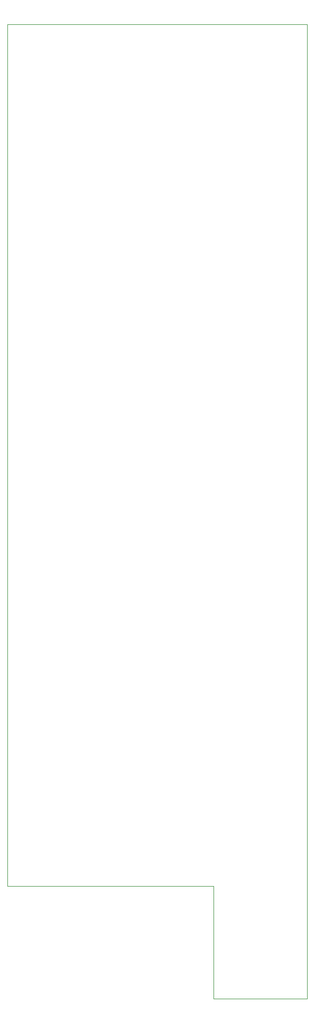
<source format=gm1>
%TF.GenerationSoftware,KiCad,Pcbnew,8.0.5*%
%TF.CreationDate,2024-12-03T21:36:34+01:00*%
%TF.ProjectId,DMH_Mixer_PCB,444d485f-4d69-4786-9572-5f5043422e6b,1*%
%TF.SameCoordinates,Original*%
%TF.FileFunction,Profile,NP*%
%FSLAX46Y46*%
G04 Gerber Fmt 4.6, Leading zero omitted, Abs format (unit mm)*
G04 Created by KiCad (PCBNEW 8.0.5) date 2024-12-03 21:36:34*
%MOMM*%
%LPD*%
G01*
G04 APERTURE LIST*
%TA.AperFunction,Profile*%
%ADD10C,0.050000*%
%TD*%
G04 APERTURE END LIST*
D10*
X84000000Y-198500000D02*
X84000000Y-180500000D01*
X99000000Y-42500000D02*
X99000000Y-198500000D01*
X51000000Y-180500000D02*
X51000000Y-42500000D01*
X51000000Y-42500000D02*
X99000000Y-42500000D01*
X99000000Y-198500000D02*
X84000000Y-198500000D01*
X84000000Y-180500000D02*
X51000000Y-180500000D01*
M02*

</source>
